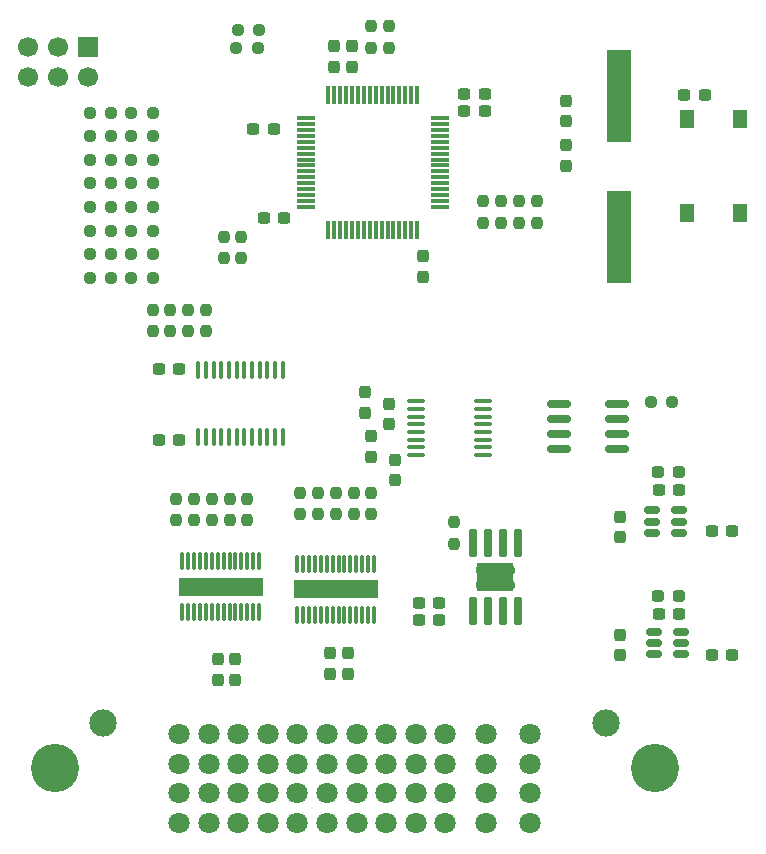
<source format=gbr>
%TF.GenerationSoftware,KiCad,Pcbnew,9.0.1*%
%TF.CreationDate,2025-10-29T09:39:47+01:00*%
%TF.ProjectId,ZoneECU,5a6f6e65-4543-4552-9e6b-696361645f70,rev?*%
%TF.SameCoordinates,Original*%
%TF.FileFunction,Soldermask,Top*%
%TF.FilePolarity,Negative*%
%FSLAX46Y46*%
G04 Gerber Fmt 4.6, Leading zero omitted, Abs format (unit mm)*
G04 Created by KiCad (PCBNEW 9.0.1) date 2025-10-29 09:39:47*
%MOMM*%
%LPD*%
G01*
G04 APERTURE LIST*
G04 Aperture macros list*
%AMRoundRect*
0 Rectangle with rounded corners*
0 $1 Rounding radius*
0 $2 $3 $4 $5 $6 $7 $8 $9 X,Y pos of 4 corners*
0 Add a 4 corners polygon primitive as box body*
4,1,4,$2,$3,$4,$5,$6,$7,$8,$9,$2,$3,0*
0 Add four circle primitives for the rounded corners*
1,1,$1+$1,$2,$3*
1,1,$1+$1,$4,$5*
1,1,$1+$1,$6,$7*
1,1,$1+$1,$8,$9*
0 Add four rect primitives between the rounded corners*
20,1,$1+$1,$2,$3,$4,$5,0*
20,1,$1+$1,$4,$5,$6,$7,0*
20,1,$1+$1,$6,$7,$8,$9,0*
20,1,$1+$1,$8,$9,$2,$3,0*%
G04 Aperture macros list end*
%ADD10RoundRect,0.237500X0.250000X0.237500X-0.250000X0.237500X-0.250000X-0.237500X0.250000X-0.237500X0*%
%ADD11C,1.700000*%
%ADD12R,1.700000X1.700000*%
%ADD13RoundRect,0.237500X0.237500X-0.300000X0.237500X0.300000X-0.237500X0.300000X-0.237500X-0.300000X0*%
%ADD14RoundRect,0.237500X-0.237500X0.250000X-0.237500X-0.250000X0.237500X-0.250000X0.237500X0.250000X0*%
%ADD15RoundRect,0.075000X-0.075000X0.650000X-0.075000X-0.650000X0.075000X-0.650000X0.075000X0.650000X0*%
%ADD16R,7.100000X1.570000*%
%ADD17RoundRect,0.237500X-0.250000X-0.237500X0.250000X-0.237500X0.250000X0.237500X-0.250000X0.237500X0*%
%ADD18C,4.089400*%
%ADD19C,2.311400*%
%ADD20C,1.803400*%
%ADD21RoundRect,0.237500X-0.237500X0.300000X-0.237500X-0.300000X0.237500X-0.300000X0.237500X0.300000X0*%
%ADD22RoundRect,0.237500X-0.300000X-0.237500X0.300000X-0.237500X0.300000X0.237500X-0.300000X0.237500X0*%
%ADD23RoundRect,0.237500X0.237500X-0.250000X0.237500X0.250000X-0.237500X0.250000X-0.237500X-0.250000X0*%
%ADD24RoundRect,0.237500X0.300000X0.237500X-0.300000X0.237500X-0.300000X-0.237500X0.300000X-0.237500X0*%
%ADD25RoundRect,0.237500X0.287500X0.237500X-0.287500X0.237500X-0.287500X-0.237500X0.287500X-0.237500X0*%
%ADD26RoundRect,0.150000X-0.512500X-0.150000X0.512500X-0.150000X0.512500X0.150000X-0.512500X0.150000X0*%
%ADD27RoundRect,0.100000X0.100000X-0.637500X0.100000X0.637500X-0.100000X0.637500X-0.100000X-0.637500X0*%
%ADD28R,2.000000X7.875000*%
%ADD29RoundRect,0.150000X-0.825000X-0.150000X0.825000X-0.150000X0.825000X0.150000X-0.825000X0.150000X0*%
%ADD30RoundRect,0.075000X-0.075000X0.700000X-0.075000X-0.700000X0.075000X-0.700000X0.075000X0.700000X0*%
%ADD31RoundRect,0.075000X-0.700000X0.075000X-0.700000X-0.075000X0.700000X-0.075000X0.700000X0.075000X0*%
%ADD32R,3.100000X2.400000*%
%ADD33RoundRect,0.070000X-0.250000X1.100000X-0.250000X-1.100000X0.250000X-1.100000X0.250000X1.100000X0*%
%ADD34C,0.770000*%
%ADD35R,1.300000X1.550000*%
%ADD36RoundRect,0.100000X-0.637500X-0.100000X0.637500X-0.100000X0.637500X0.100000X-0.637500X0.100000X0*%
G04 APERTURE END LIST*
D10*
%TO.C,R42*%
X122000000Y-79000000D03*
X120175000Y-79000000D03*
%TD*%
%TO.C,R41*%
X121912500Y-80500000D03*
X120087500Y-80500000D03*
%TD*%
D11*
%TO.C,J2*%
X102460000Y-83000000D03*
X102460000Y-80460000D03*
X105000000Y-83000000D03*
X105000000Y-80460000D03*
X107540000Y-83000000D03*
D12*
X107540000Y-80460000D03*
%TD*%
D13*
%TO.C,C16*%
X152562500Y-121925000D03*
X152562500Y-120200000D03*
%TD*%
D14*
%TO.C,R10*%
X115000000Y-118675000D03*
X115000000Y-120500000D03*
%TD*%
D15*
%TO.C,U6*%
X122000000Y-124000000D03*
X121500000Y-124000000D03*
X121000000Y-124000000D03*
X120500000Y-124000000D03*
X120000000Y-124000000D03*
X119500000Y-124000000D03*
X119000000Y-124000000D03*
X118500000Y-124000000D03*
X118000000Y-124000000D03*
X117500000Y-124000000D03*
X117000000Y-124000000D03*
X116500000Y-124000000D03*
X116000000Y-124000000D03*
X115500000Y-124000000D03*
X115500000Y-128300000D03*
X116000000Y-128300000D03*
X116500000Y-128300000D03*
X117000000Y-128300000D03*
X117500000Y-128300000D03*
X118000000Y-128300000D03*
X118500000Y-128300000D03*
X119000000Y-128300000D03*
X119500000Y-128300000D03*
X120000000Y-128300000D03*
X120500000Y-128300000D03*
X121000000Y-128300000D03*
X121500000Y-128300000D03*
X122000000Y-128300000D03*
D16*
X118750000Y-126150000D03*
%TD*%
D17*
%TO.C,R1*%
X155175000Y-110500000D03*
X157000000Y-110500000D03*
%TD*%
D18*
%TO.C,J1*%
X104700000Y-141500000D03*
D19*
X108800005Y-137650000D03*
X151399996Y-137650000D03*
D18*
X155500000Y-141500000D03*
D20*
X115250002Y-138650001D03*
X115250002Y-141150001D03*
X115250002Y-143650001D03*
X115250002Y-146150001D03*
X117750002Y-138650001D03*
X117750002Y-141150001D03*
X117750002Y-143650001D03*
X117750002Y-146150001D03*
X120250002Y-138650001D03*
X120250002Y-141150001D03*
X120250002Y-143650001D03*
X120250002Y-146150001D03*
X122750002Y-138650001D03*
X122750002Y-141150001D03*
X122750002Y-143650001D03*
X122750002Y-146150001D03*
X125250000Y-138650001D03*
X125250000Y-141150001D03*
X125250000Y-143650001D03*
X125250000Y-146150001D03*
X127750000Y-138650001D03*
X127750000Y-141150001D03*
X127750000Y-143650001D03*
X127750000Y-146150001D03*
X130250000Y-138650001D03*
X130250000Y-141150001D03*
X130250000Y-143650001D03*
X130250000Y-146150001D03*
X132750000Y-138650001D03*
X132750000Y-141150001D03*
X132750000Y-143650001D03*
X132750000Y-146150001D03*
X135250000Y-138650001D03*
X135250000Y-141150001D03*
X135250000Y-143650001D03*
X135250000Y-146150001D03*
X137750000Y-138650001D03*
X137750000Y-141150001D03*
X137750000Y-143650001D03*
X137750000Y-146150001D03*
X141250000Y-138650001D03*
X141250000Y-141150001D03*
X141250000Y-143650001D03*
X141250000Y-146150001D03*
X144950000Y-138650001D03*
X144950000Y-141150001D03*
X144950000Y-143650001D03*
X144950000Y-146150001D03*
%TD*%
D21*
%TO.C,C17*%
X133000000Y-110675000D03*
X133000000Y-112400000D03*
%TD*%
D22*
%TO.C,C28*%
X113515000Y-107730000D03*
X115240000Y-107730000D03*
%TD*%
D23*
%TO.C,R40*%
X127000000Y-120000000D03*
X127000000Y-118175000D03*
%TD*%
D14*
%TO.C,R4*%
X116000000Y-102675000D03*
X116000000Y-104500000D03*
%TD*%
D24*
%TO.C,C23*%
X137225000Y-127500000D03*
X135500000Y-127500000D03*
%TD*%
D22*
%TO.C,C14*%
X160337500Y-121425000D03*
X162062500Y-121425000D03*
%TD*%
D14*
%TO.C,R32*%
X131500000Y-118175000D03*
X131500000Y-120000000D03*
%TD*%
D23*
%TO.C,R38*%
X130000000Y-120000000D03*
X130000000Y-118175000D03*
%TD*%
D15*
%TO.C,U8*%
X131725000Y-124200000D03*
X131225000Y-124200000D03*
X130725000Y-124200000D03*
X130225000Y-124200000D03*
X129725000Y-124200000D03*
X129225000Y-124200000D03*
X128725000Y-124200000D03*
X128225000Y-124200000D03*
X127725000Y-124200000D03*
X127225000Y-124200000D03*
X126725000Y-124200000D03*
X126225000Y-124200000D03*
X125725000Y-124200000D03*
X125225000Y-124200000D03*
X125225000Y-128500000D03*
X125725000Y-128500000D03*
X126225000Y-128500000D03*
X126725000Y-128500000D03*
X127225000Y-128500000D03*
X127725000Y-128500000D03*
X128225000Y-128500000D03*
X128725000Y-128500000D03*
X129225000Y-128500000D03*
X129725000Y-128500000D03*
X130225000Y-128500000D03*
X130725000Y-128500000D03*
X131225000Y-128500000D03*
X131725000Y-128500000D03*
D16*
X128475000Y-126350000D03*
%TD*%
D14*
%TO.C,R3*%
X114500000Y-102675000D03*
X114500000Y-104500000D03*
%TD*%
D21*
%TO.C,C26*%
X129500000Y-131775000D03*
X129500000Y-133500000D03*
%TD*%
D24*
%TO.C,C3*%
X124100000Y-94900000D03*
X122375000Y-94900000D03*
%TD*%
D17*
%TO.C,R26*%
X111175000Y-90000000D03*
X113000000Y-90000000D03*
%TD*%
D25*
%TO.C,L2*%
X157562500Y-116425000D03*
X155812500Y-116425000D03*
%TD*%
D17*
%TO.C,R25*%
X111175000Y-86000000D03*
X113000000Y-86000000D03*
%TD*%
D13*
%TO.C,C9*%
X148000000Y-90500000D03*
X148000000Y-88775000D03*
%TD*%
%TO.C,C6*%
X129875000Y-82125000D03*
X129875000Y-80400000D03*
%TD*%
D14*
%TO.C,R11*%
X116500000Y-118675000D03*
X116500000Y-120500000D03*
%TD*%
D17*
%TO.C,R23*%
X111175000Y-96000000D03*
X113000000Y-96000000D03*
%TD*%
D22*
%TO.C,C27*%
X113515000Y-113730000D03*
X115240000Y-113730000D03*
%TD*%
D21*
%TO.C,C20*%
X133500000Y-115400000D03*
X133500000Y-117125000D03*
%TD*%
D23*
%TO.C,R35*%
X131500000Y-80500000D03*
X131500000Y-78675000D03*
%TD*%
D24*
%TO.C,C1*%
X123237500Y-87400000D03*
X121512500Y-87400000D03*
%TD*%
D14*
%TO.C,R6*%
X119000000Y-96500000D03*
X119000000Y-98325000D03*
%TD*%
D26*
%TO.C,U4*%
X155300000Y-119675000D03*
X155300000Y-120625000D03*
X155300000Y-121575000D03*
X157575000Y-121575000D03*
X157575000Y-120625000D03*
X157575000Y-119675000D03*
%TD*%
D27*
%TO.C,U9*%
X116850000Y-113500000D03*
X117500000Y-113500000D03*
X118150000Y-113500000D03*
X118800000Y-113500000D03*
X119450000Y-113500000D03*
X120100000Y-113500000D03*
X120750000Y-113500000D03*
X121400000Y-113500000D03*
X122050000Y-113500000D03*
X122700000Y-113500000D03*
X123350000Y-113500000D03*
X124000000Y-113500000D03*
X124000000Y-107775000D03*
X123350000Y-107775000D03*
X122700000Y-107775000D03*
X122050000Y-107775000D03*
X121400000Y-107775000D03*
X120750000Y-107775000D03*
X120100000Y-107775000D03*
X119450000Y-107775000D03*
X118800000Y-107775000D03*
X118150000Y-107775000D03*
X117500000Y-107775000D03*
X116850000Y-107775000D03*
%TD*%
D22*
%TO.C,C5*%
X139375000Y-84400000D03*
X141100000Y-84400000D03*
%TD*%
D17*
%TO.C,R13*%
X111175000Y-88000000D03*
X113000000Y-88000000D03*
%TD*%
%TO.C,R14*%
X107675000Y-88000000D03*
X109500000Y-88000000D03*
%TD*%
%TO.C,R16*%
X107675000Y-96000000D03*
X109500000Y-96000000D03*
%TD*%
D28*
%TO.C,Y1*%
X152500000Y-84625000D03*
X152500000Y-96500000D03*
%TD*%
D14*
%TO.C,R5*%
X117500000Y-102675000D03*
X117500000Y-104500000D03*
%TD*%
D17*
%TO.C,R28*%
X111175000Y-98000000D03*
X113000000Y-98000000D03*
%TD*%
D29*
%TO.C,U2*%
X147370000Y-110705000D03*
X147370000Y-111975000D03*
X147370000Y-113245000D03*
X147370000Y-114515000D03*
X152320000Y-114515000D03*
X152320000Y-113245000D03*
X152320000Y-111975000D03*
X152320000Y-110705000D03*
%TD*%
D21*
%TO.C,C25*%
X128000000Y-131775000D03*
X128000000Y-133500000D03*
%TD*%
D30*
%TO.C,U1*%
X135375000Y-84550000D03*
X134875000Y-84550000D03*
X134375000Y-84550000D03*
X133875000Y-84550000D03*
X133375000Y-84550000D03*
X132875000Y-84550000D03*
X132375000Y-84550000D03*
X131875000Y-84550000D03*
X131375000Y-84550000D03*
X130875000Y-84550000D03*
X130375000Y-84550000D03*
X129875000Y-84550000D03*
X129375000Y-84550000D03*
X128875000Y-84550000D03*
X128375000Y-84550000D03*
X127875000Y-84550000D03*
D31*
X125950000Y-86475000D03*
X125950000Y-86975000D03*
X125950000Y-87475000D03*
X125950000Y-87975000D03*
X125950000Y-88475000D03*
X125950000Y-88975000D03*
X125950000Y-89475000D03*
X125950000Y-89975000D03*
X125950000Y-90475000D03*
X125950000Y-90975000D03*
X125950000Y-91475000D03*
X125950000Y-91975000D03*
X125950000Y-92475000D03*
X125950000Y-92975000D03*
X125950000Y-93475000D03*
X125950000Y-93975000D03*
D30*
X127875000Y-95900000D03*
X128375000Y-95900000D03*
X128875000Y-95900000D03*
X129375000Y-95900000D03*
X129875000Y-95900000D03*
X130375000Y-95900000D03*
X130875000Y-95900000D03*
X131375000Y-95900000D03*
X131875000Y-95900000D03*
X132375000Y-95900000D03*
X132875000Y-95900000D03*
X133375000Y-95900000D03*
X133875000Y-95900000D03*
X134375000Y-95900000D03*
X134875000Y-95900000D03*
X135375000Y-95900000D03*
D31*
X137300000Y-93975000D03*
X137300000Y-93475000D03*
X137300000Y-92975000D03*
X137300000Y-92475000D03*
X137300000Y-91975000D03*
X137300000Y-91475000D03*
X137300000Y-90975000D03*
X137300000Y-90475000D03*
X137300000Y-89975000D03*
X137300000Y-89475000D03*
X137300000Y-88975000D03*
X137300000Y-88475000D03*
X137300000Y-87975000D03*
X137300000Y-87475000D03*
X137300000Y-86975000D03*
X137300000Y-86475000D03*
%TD*%
D21*
%TO.C,C2*%
X135875000Y-98175000D03*
X135875000Y-99900000D03*
%TD*%
D17*
%TO.C,R15*%
X107675000Y-92000000D03*
X109500000Y-92000000D03*
%TD*%
D13*
%TO.C,C13*%
X152562500Y-131925000D03*
X152562500Y-130200000D03*
%TD*%
D24*
%TO.C,C24*%
X137225000Y-129000000D03*
X135500000Y-129000000D03*
%TD*%
D13*
%TO.C,C7*%
X128375000Y-82125000D03*
X128375000Y-80400000D03*
%TD*%
D32*
%TO.C,U7*%
X142000000Y-125350000D03*
D33*
X143905000Y-122475000D03*
X142635000Y-122475000D03*
X141365000Y-122475000D03*
X140095000Y-122475000D03*
X140095000Y-128225000D03*
X141365000Y-128225000D03*
X142635000Y-128225000D03*
X143905000Y-128225000D03*
D34*
X143300000Y-124700000D03*
X142000000Y-124700000D03*
X140700000Y-124700000D03*
X143300000Y-126000000D03*
X142000000Y-126000000D03*
X140700000Y-126000000D03*
%TD*%
D35*
%TO.C,SW1*%
X162750000Y-86525000D03*
X162750000Y-94475000D03*
X158250000Y-86525000D03*
X158250000Y-94475000D03*
%TD*%
D17*
%TO.C,R27*%
X111175000Y-94000000D03*
X113000000Y-94000000D03*
%TD*%
D36*
%TO.C,U5*%
X135275000Y-110450000D03*
X135275000Y-111100000D03*
X135275000Y-111750000D03*
X135275000Y-112400000D03*
X135275000Y-113050000D03*
X135275000Y-113700000D03*
X135275000Y-114350000D03*
X135275000Y-115000000D03*
X141000000Y-115000000D03*
X141000000Y-114350000D03*
X141000000Y-113700000D03*
X141000000Y-113050000D03*
X141000000Y-112400000D03*
X141000000Y-111750000D03*
X141000000Y-111100000D03*
X141000000Y-110450000D03*
%TD*%
D17*
%TO.C,R20*%
X107675000Y-94000000D03*
X109500000Y-94000000D03*
%TD*%
D22*
%TO.C,C8*%
X158000000Y-84500000D03*
X159725000Y-84500000D03*
%TD*%
%TO.C,C15*%
X155837500Y-117925000D03*
X157562500Y-117925000D03*
%TD*%
D14*
%TO.C,R30*%
X141000000Y-93500000D03*
X141000000Y-95325000D03*
%TD*%
D22*
%TO.C,C11*%
X155837500Y-128425000D03*
X157562500Y-128425000D03*
%TD*%
D25*
%TO.C,L1*%
X157562500Y-126925000D03*
X155812500Y-126925000D03*
%TD*%
D26*
%TO.C,U3*%
X155425000Y-129975000D03*
X155425000Y-130925000D03*
X155425000Y-131875000D03*
X157700000Y-131875000D03*
X157700000Y-130925000D03*
X157700000Y-129975000D03*
%TD*%
D21*
%TO.C,C18*%
X131500000Y-113400000D03*
X131500000Y-115125000D03*
%TD*%
D14*
%TO.C,R36*%
X145500000Y-93500000D03*
X145500000Y-95325000D03*
%TD*%
D22*
%TO.C,C4*%
X139375000Y-85900000D03*
X141100000Y-85900000D03*
%TD*%
D17*
%TO.C,R18*%
X107675000Y-86000000D03*
X109500000Y-86000000D03*
%TD*%
D23*
%TO.C,R29*%
X138500000Y-122500000D03*
X138500000Y-120675000D03*
%TD*%
D14*
%TO.C,R7*%
X120500000Y-96500000D03*
X120500000Y-98325000D03*
%TD*%
D21*
%TO.C,C21*%
X118500000Y-132275000D03*
X118500000Y-134000000D03*
%TD*%
D14*
%TO.C,R2*%
X113000000Y-102675000D03*
X113000000Y-104500000D03*
%TD*%
%TO.C,R12*%
X121000000Y-118675000D03*
X121000000Y-120500000D03*
%TD*%
%TO.C,R31*%
X142500000Y-93500000D03*
X142500000Y-95325000D03*
%TD*%
D13*
%TO.C,C10*%
X148000000Y-86725000D03*
X148000000Y-85000000D03*
%TD*%
D23*
%TO.C,R9*%
X118000000Y-120500000D03*
X118000000Y-118675000D03*
%TD*%
D22*
%TO.C,C12*%
X160337500Y-131925000D03*
X162062500Y-131925000D03*
%TD*%
D17*
%TO.C,R19*%
X107675000Y-90000000D03*
X109500000Y-90000000D03*
%TD*%
D14*
%TO.C,R39*%
X128500000Y-118175000D03*
X128500000Y-120000000D03*
%TD*%
%TO.C,R34*%
X125500000Y-118175000D03*
X125500000Y-120000000D03*
%TD*%
%TO.C,R33*%
X144000000Y-93500000D03*
X144000000Y-95325000D03*
%TD*%
D17*
%TO.C,R17*%
X107675000Y-100000000D03*
X109500000Y-100000000D03*
%TD*%
D23*
%TO.C,R8*%
X119500000Y-120500000D03*
X119500000Y-118675000D03*
%TD*%
%TO.C,R37*%
X133000000Y-80500000D03*
X133000000Y-78675000D03*
%TD*%
D17*
%TO.C,R24*%
X111175000Y-100000000D03*
X113000000Y-100000000D03*
%TD*%
%TO.C,R21*%
X107675000Y-98000000D03*
X109500000Y-98000000D03*
%TD*%
D13*
%TO.C,C19*%
X131000000Y-111400000D03*
X131000000Y-109675000D03*
%TD*%
D21*
%TO.C,C22*%
X120000000Y-132275000D03*
X120000000Y-134000000D03*
%TD*%
D17*
%TO.C,R22*%
X111175000Y-92000000D03*
X113000000Y-92000000D03*
%TD*%
M02*

</source>
